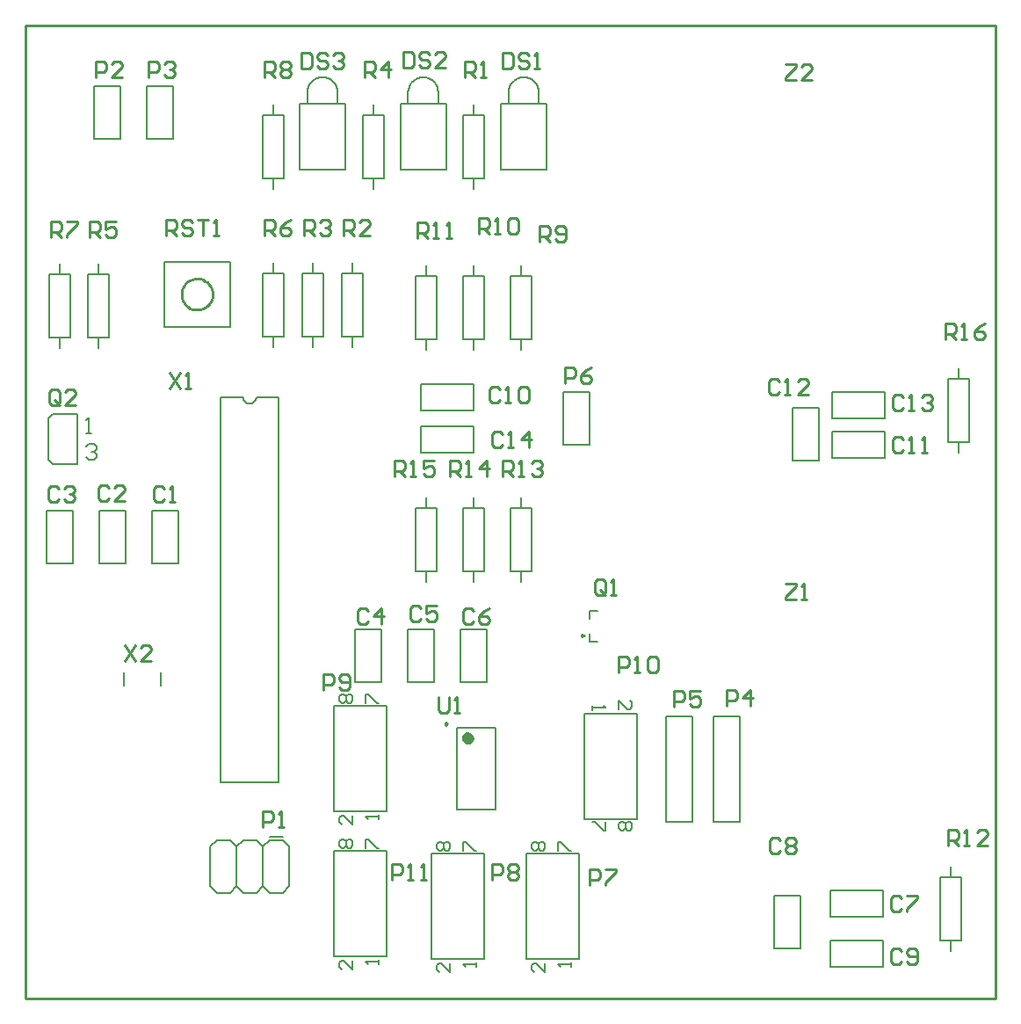
<source format=gto>
G04*
G04 #@! TF.GenerationSoftware,Altium Limited,Altium Designer,20.0.10 (225)*
G04*
G04 Layer_Color=65535*
%FSLAX24Y24*%
%MOIN*%
G70*
G01*
G75*
%ADD10C,0.0050*%
%ADD11C,0.0098*%
%ADD12C,0.0100*%
%ADD13C,0.0236*%
%ADD14C,0.0079*%
%ADD15C,0.0080*%
%ADD16C,0.0059*%
D10*
X15652Y34365D02*
X15643Y34464D01*
X15617Y34561D01*
X15575Y34651D01*
X15518Y34732D01*
X15448Y34803D01*
X15366Y34860D01*
X15276Y34902D01*
X15180Y34928D01*
X15081Y34936D01*
X14982Y34928D01*
X14885Y34902D01*
X14795Y34860D01*
X14714Y34803D01*
X14643Y34732D01*
X14586Y34651D01*
X14544Y34561D01*
X14519Y34464D01*
X14510Y34365D01*
X19471D02*
X19462Y34464D01*
X19436Y34561D01*
X19394Y34651D01*
X19337Y34732D01*
X19267Y34803D01*
X19185Y34860D01*
X19095Y34902D01*
X18999Y34928D01*
X18900Y34936D01*
X18801Y34928D01*
X18705Y34902D01*
X18615Y34860D01*
X18533Y34803D01*
X18463Y34732D01*
X18406Y34651D01*
X18364Y34561D01*
X18338Y34464D01*
X18329Y34365D01*
X8250Y22800D02*
X8269Y22704D01*
X8323Y22623D01*
X8404Y22569D01*
X8500Y22550D01*
X8596Y22569D01*
X8677Y22623D01*
X8731Y22704D01*
X8750Y22800D01*
X11832Y34365D02*
X11824Y34464D01*
X11798Y34561D01*
X11756Y34651D01*
X11699Y34732D01*
X11628Y34803D01*
X11547Y34860D01*
X11457Y34902D01*
X11361Y34928D01*
X11261Y34936D01*
X11162Y34928D01*
X11066Y34902D01*
X10976Y34860D01*
X10894Y34803D01*
X10824Y34732D01*
X10767Y34651D01*
X10725Y34561D01*
X10699Y34464D01*
X10691Y34365D01*
X14215Y31413D02*
X15947D01*
X14215D02*
Y33932D01*
X15947D01*
Y31413D02*
Y33932D01*
X14510D02*
Y34365D01*
X15652Y33932D02*
Y34365D01*
X18034Y31413D02*
X19766D01*
X18034D02*
Y33932D01*
X19766D01*
Y31413D02*
Y33932D01*
X18329D02*
Y34365D01*
X19471Y33932D02*
Y34365D01*
X7400Y8200D02*
X9600D01*
Y22800D01*
X8750D02*
X9600D01*
X7400Y8200D02*
Y22800D01*
X8250D01*
X10395Y31413D02*
X12128D01*
X10395D02*
Y33932D01*
X12128D01*
Y31413D02*
Y33932D01*
X10691D02*
Y34365D01*
X11832Y33932D02*
Y34365D01*
D11*
X21180Y13765D02*
X21107Y13808D01*
Y13723D01*
X21180Y13765D01*
X15988Y10413D02*
X15914Y10455D01*
Y10370D01*
X15988Y10413D01*
D12*
X7091Y26700D02*
X7082Y26800D01*
X7057Y26897D01*
X7016Y26988D01*
X6959Y27071D01*
X6890Y27143D01*
X6810Y27203D01*
X6720Y27248D01*
X6624Y27277D01*
X6525Y27290D01*
X6425Y27286D01*
X6327Y27265D01*
X6234Y27227D01*
X6149Y27175D01*
X6074Y27109D01*
X6011Y27031D01*
X5962Y26943D01*
X5929Y26849D01*
X5912Y26750D01*
Y26650D01*
X5929Y26551D01*
X5962Y26457D01*
X6011Y26369D01*
X6074Y26291D01*
X6149Y26225D01*
X6234Y26173D01*
X6327Y26135D01*
X6425Y26114D01*
X6525Y26110D01*
X6624Y26123D01*
X6720Y26152D01*
X6810Y26197D01*
X6890Y26257D01*
X6959Y26329D01*
X7016Y26412D01*
X7057Y26503D01*
X7082Y26600D01*
X7091Y26700D01*
X28824Y35413D02*
X29224D01*
Y35313D01*
X28824Y34913D01*
Y34813D01*
X29224D01*
X29824D02*
X29424D01*
X29824Y35213D01*
Y35313D01*
X29724Y35413D01*
X29524D01*
X29424Y35313D01*
X28824Y15713D02*
X29224D01*
Y15613D01*
X28824Y15213D01*
Y15113D01*
X29224D01*
X29424D02*
X29624D01*
X29524D01*
Y15713D01*
X29424Y15613D01*
X3769Y13375D02*
X4169Y12775D01*
Y13375D02*
X3769Y12775D01*
X4768D02*
X4369D01*
X4768Y13175D01*
Y13275D01*
X4668Y13375D01*
X4469D01*
X4369Y13275D01*
X5445Y23725D02*
X5845Y23125D01*
Y23725D02*
X5445Y23125D01*
X6045D02*
X6245D01*
X6145D01*
Y23725D01*
X6045Y23625D01*
X15655Y11415D02*
Y10915D01*
X15755Y10815D01*
X15955D01*
X16055Y10915D01*
Y11415D01*
X16255Y10815D02*
X16455D01*
X16355D01*
Y11415D01*
X16255Y11315D01*
X5325Y28915D02*
Y29515D01*
X5625D01*
X5725Y29415D01*
Y29215D01*
X5625Y29115D01*
X5325D01*
X5525D02*
X5725Y28915D01*
X6325Y29415D02*
X6225Y29515D01*
X6025D01*
X5925Y29415D01*
Y29315D01*
X6025Y29215D01*
X6225D01*
X6325Y29115D01*
Y29015D01*
X6225Y28915D01*
X6025D01*
X5925Y29015D01*
X6525Y29515D02*
X6924D01*
X6725D01*
Y28915D01*
X7124D02*
X7324D01*
X7224D01*
Y29515D01*
X7124Y29415D01*
X34900Y25000D02*
Y25600D01*
X35200D01*
X35300Y25500D01*
Y25300D01*
X35200Y25200D01*
X34900D01*
X35100D02*
X35300Y25000D01*
X35500D02*
X35700D01*
X35600D01*
Y25600D01*
X35500Y25500D01*
X36400Y25600D02*
X36200Y25500D01*
X36000Y25300D01*
Y25100D01*
X36100Y25000D01*
X36300D01*
X36400Y25100D01*
Y25200D01*
X36300Y25300D01*
X36000D01*
X14000Y19800D02*
Y20400D01*
X14300D01*
X14400Y20300D01*
Y20100D01*
X14300Y20000D01*
X14000D01*
X14200D02*
X14400Y19800D01*
X14600D02*
X14800D01*
X14700D01*
Y20400D01*
X14600Y20300D01*
X15500Y20400D02*
X15100D01*
Y20100D01*
X15300Y20200D01*
X15400D01*
X15500Y20100D01*
Y19900D01*
X15400Y19800D01*
X15200D01*
X15100Y19900D01*
X16100Y19800D02*
Y20400D01*
X16400D01*
X16500Y20300D01*
Y20100D01*
X16400Y20000D01*
X16100D01*
X16300D02*
X16500Y19800D01*
X16700D02*
X16900D01*
X16800D01*
Y20400D01*
X16700Y20300D01*
X17500Y19800D02*
Y20400D01*
X17200Y20100D01*
X17600D01*
X18100Y19800D02*
Y20400D01*
X18400D01*
X18500Y20300D01*
Y20100D01*
X18400Y20000D01*
X18100D01*
X18300D02*
X18500Y19800D01*
X18700D02*
X18900D01*
X18800D01*
Y20400D01*
X18700Y20300D01*
X19200D02*
X19300Y20400D01*
X19500D01*
X19600Y20300D01*
Y20200D01*
X19500Y20100D01*
X19400D01*
X19500D01*
X19600Y20000D01*
Y19900D01*
X19500Y19800D01*
X19300D01*
X19200Y19900D01*
X35000Y5800D02*
Y6400D01*
X35300D01*
X35400Y6300D01*
Y6100D01*
X35300Y6000D01*
X35000D01*
X35200D02*
X35400Y5800D01*
X35600D02*
X35800D01*
X35700D01*
Y6400D01*
X35600Y6300D01*
X36500Y5800D02*
X36100D01*
X36500Y6200D01*
Y6300D01*
X36400Y6400D01*
X36200D01*
X36100Y6300D01*
X14865Y28815D02*
Y29415D01*
X15165D01*
X15265Y29315D01*
Y29115D01*
X15165Y29015D01*
X14865D01*
X15065D02*
X15265Y28815D01*
X15465D02*
X15665D01*
X15565D01*
Y29415D01*
X15465Y29315D01*
X15965Y28815D02*
X16165D01*
X16065D01*
Y29415D01*
X15965Y29315D01*
X17200Y29000D02*
Y29600D01*
X17500D01*
X17600Y29500D01*
Y29300D01*
X17500Y29200D01*
X17200D01*
X17400D02*
X17600Y29000D01*
X17800D02*
X18000D01*
X17900D01*
Y29600D01*
X17800Y29500D01*
X18300D02*
X18400Y29600D01*
X18600D01*
X18700Y29500D01*
Y29100D01*
X18600Y29000D01*
X18400D01*
X18300Y29100D01*
Y29500D01*
X19500Y28700D02*
Y29300D01*
X19800D01*
X19900Y29200D01*
Y29000D01*
X19800Y28900D01*
X19500D01*
X19700D02*
X19900Y28700D01*
X20100Y28800D02*
X20200Y28700D01*
X20400D01*
X20500Y28800D01*
Y29200D01*
X20400Y29300D01*
X20200D01*
X20100Y29200D01*
Y29100D01*
X20200Y29000D01*
X20500D01*
X9065Y34915D02*
Y35515D01*
X9365D01*
X9465Y35415D01*
Y35215D01*
X9365Y35115D01*
X9065D01*
X9265D02*
X9465Y34915D01*
X9665Y35415D02*
X9765Y35515D01*
X9965D01*
X10065Y35415D01*
Y35315D01*
X9965Y35215D01*
X10065Y35115D01*
Y35015D01*
X9965Y34915D01*
X9765D01*
X9665Y35015D01*
Y35115D01*
X9765Y35215D01*
X9665Y35315D01*
Y35415D01*
X9765Y35215D02*
X9965D01*
X965Y28865D02*
Y29465D01*
X1265D01*
X1365Y29365D01*
Y29165D01*
X1265Y29065D01*
X965D01*
X1165D02*
X1365Y28865D01*
X1565Y29465D02*
X1965D01*
Y29365D01*
X1565Y28965D01*
Y28865D01*
X9065Y28915D02*
Y29515D01*
X9365D01*
X9465Y29415D01*
Y29215D01*
X9365Y29115D01*
X9065D01*
X9265D02*
X9465Y28915D01*
X10065Y29515D02*
X9865Y29415D01*
X9665Y29215D01*
Y29015D01*
X9765Y28915D01*
X9965D01*
X10065Y29015D01*
Y29115D01*
X9965Y29215D01*
X9665D01*
X2415Y28865D02*
Y29465D01*
X2715D01*
X2815Y29365D01*
Y29165D01*
X2715Y29065D01*
X2415D01*
X2615D02*
X2815Y28865D01*
X3415Y29465D02*
X3015D01*
Y29165D01*
X3215Y29265D01*
X3315D01*
X3415Y29165D01*
Y28965D01*
X3315Y28865D01*
X3115D01*
X3015Y28965D01*
X12865Y34915D02*
Y35515D01*
X13165D01*
X13265Y35415D01*
Y35215D01*
X13165Y35115D01*
X12865D01*
X13065D02*
X13265Y34915D01*
X13765D02*
Y35515D01*
X13465Y35215D01*
X13865D01*
X10565Y28915D02*
Y29515D01*
X10865D01*
X10965Y29415D01*
Y29215D01*
X10865Y29115D01*
X10565D01*
X10765D02*
X10965Y28915D01*
X11165Y29415D02*
X11265Y29515D01*
X11465D01*
X11565Y29415D01*
Y29315D01*
X11465Y29215D01*
X11365D01*
X11465D01*
X11565Y29115D01*
Y29015D01*
X11465Y28915D01*
X11265D01*
X11165Y29015D01*
X12065Y28915D02*
Y29515D01*
X12365D01*
X12465Y29415D01*
Y29215D01*
X12365Y29115D01*
X12065D01*
X12265D02*
X12465Y28915D01*
X13065D02*
X12665D01*
X13065Y29315D01*
Y29415D01*
X12965Y29515D01*
X12765D01*
X12665Y29415D01*
X16665Y34915D02*
Y35515D01*
X16965D01*
X17065Y35415D01*
Y35215D01*
X16965Y35115D01*
X16665D01*
X16865D02*
X17065Y34915D01*
X17265D02*
X17465D01*
X17365D01*
Y35515D01*
X17265Y35415D01*
X1305Y22585D02*
Y22985D01*
X1205Y23085D01*
X1005D01*
X905Y22985D01*
Y22585D01*
X1005Y22485D01*
X1205D01*
X1105Y22685D02*
X1305Y22485D01*
X1205D02*
X1305Y22585D01*
X1905Y22485D02*
X1505D01*
X1905Y22885D01*
Y22985D01*
X1805Y23085D01*
X1605D01*
X1505Y22985D01*
X22000Y15400D02*
Y15800D01*
X21900Y15900D01*
X21700D01*
X21600Y15800D01*
Y15400D01*
X21700Y15300D01*
X21900D01*
X21800Y15500D02*
X22000Y15300D01*
X21900D02*
X22000Y15400D01*
X22200Y15300D02*
X22400D01*
X22300D01*
Y15900D01*
X22200Y15800D01*
X13900Y4500D02*
Y5100D01*
X14200D01*
X14300Y5000D01*
Y4800D01*
X14200Y4700D01*
X13900D01*
X14500Y4500D02*
X14700D01*
X14600D01*
Y5100D01*
X14500Y5000D01*
X15000Y4500D02*
X15200D01*
X15100D01*
Y5100D01*
X15000Y5000D01*
X22500Y12366D02*
Y12965D01*
X22800D01*
X22900Y12866D01*
Y12666D01*
X22800Y12566D01*
X22500D01*
X23100Y12366D02*
X23300D01*
X23200D01*
Y12965D01*
X23100Y12866D01*
X23600D02*
X23700Y12965D01*
X23900D01*
X24000Y12866D01*
Y12466D01*
X23900Y12366D01*
X23700D01*
X23600Y12466D01*
Y12866D01*
X11300Y11700D02*
Y12300D01*
X11600D01*
X11700Y12200D01*
Y12000D01*
X11600Y11900D01*
X11300D01*
X11900Y11800D02*
X12000Y11700D01*
X12200D01*
X12300Y11800D01*
Y12200D01*
X12200Y12300D01*
X12000D01*
X11900Y12200D01*
Y12100D01*
X12000Y12000D01*
X12300D01*
X17700Y4500D02*
Y5100D01*
X18000D01*
X18100Y5000D01*
Y4800D01*
X18000Y4700D01*
X17700D01*
X18300Y5000D02*
X18400Y5100D01*
X18600D01*
X18700Y5000D01*
Y4900D01*
X18600Y4800D01*
X18700Y4700D01*
Y4600D01*
X18600Y4500D01*
X18400D01*
X18300Y4600D01*
Y4700D01*
X18400Y4800D01*
X18300Y4900D01*
Y5000D01*
X18400Y4800D02*
X18600D01*
X21400Y4308D02*
Y4908D01*
X21700D01*
X21800Y4808D01*
Y4608D01*
X21700Y4508D01*
X21400D01*
X22000Y4908D02*
X22400D01*
Y4808D01*
X22000Y4408D01*
Y4308D01*
X20465Y23335D02*
Y23935D01*
X20765D01*
X20865Y23835D01*
Y23635D01*
X20765Y23535D01*
X20465D01*
X21465Y23935D02*
X21265Y23835D01*
X21065Y23635D01*
Y23435D01*
X21165Y23335D01*
X21365D01*
X21465Y23435D01*
Y23535D01*
X21365Y23635D01*
X21065D01*
X24600Y11072D02*
Y11672D01*
X24900D01*
X25000Y11572D01*
Y11372D01*
X24900Y11272D01*
X24600D01*
X25600Y11672D02*
X25200D01*
Y11372D01*
X25400Y11472D01*
X25500D01*
X25600Y11372D01*
Y11172D01*
X25500Y11072D01*
X25300D01*
X25200Y11172D01*
X26600Y11100D02*
Y11700D01*
X26900D01*
X27000Y11600D01*
Y11400D01*
X26900Y11300D01*
X26600D01*
X27500Y11100D02*
Y11700D01*
X27200Y11400D01*
X27600D01*
X4665Y34935D02*
Y35535D01*
X4965D01*
X5065Y35435D01*
Y35235D01*
X4965Y35135D01*
X4665D01*
X5265Y35435D02*
X5365Y35535D01*
X5565D01*
X5665Y35435D01*
Y35335D01*
X5565Y35235D01*
X5465D01*
X5565D01*
X5665Y35135D01*
Y35035D01*
X5565Y34935D01*
X5365D01*
X5265Y35035D01*
X2665Y34935D02*
Y35535D01*
X2965D01*
X3065Y35435D01*
Y35235D01*
X2965Y35135D01*
X2665D01*
X3665Y34935D02*
X3265D01*
X3665Y35335D01*
Y35435D01*
X3565Y35535D01*
X3365D01*
X3265Y35435D01*
X9000Y6500D02*
Y7100D01*
X9300D01*
X9400Y7000D01*
Y6800D01*
X9300Y6700D01*
X9000D01*
X9600Y6500D02*
X9800D01*
X9700D01*
Y7100D01*
X9600Y7000D01*
X10466Y35865D02*
Y35265D01*
X10766D01*
X10866Y35365D01*
Y35765D01*
X10766Y35865D01*
X10466D01*
X11466Y35765D02*
X11366Y35865D01*
X11166D01*
X11066Y35765D01*
Y35665D01*
X11166Y35565D01*
X11366D01*
X11466Y35465D01*
Y35365D01*
X11366Y35265D01*
X11166D01*
X11066Y35365D01*
X11666Y35765D02*
X11766Y35865D01*
X11966D01*
X12066Y35765D01*
Y35665D01*
X11966Y35565D01*
X11866D01*
X11966D01*
X12066Y35465D01*
Y35365D01*
X11966Y35265D01*
X11766D01*
X11666Y35365D01*
X14326Y35900D02*
Y35300D01*
X14626D01*
X14726Y35400D01*
Y35800D01*
X14626Y35900D01*
X14326D01*
X15325Y35800D02*
X15225Y35900D01*
X15025D01*
X14926Y35800D01*
Y35700D01*
X15025Y35600D01*
X15225D01*
X15325Y35500D01*
Y35400D01*
X15225Y35300D01*
X15025D01*
X14926Y35400D01*
X15925Y35300D02*
X15525D01*
X15925Y35700D01*
Y35800D01*
X15825Y35900D01*
X15625D01*
X15525Y35800D01*
X18105Y35865D02*
Y35265D01*
X18405D01*
X18505Y35365D01*
Y35765D01*
X18405Y35865D01*
X18105D01*
X19105Y35765D02*
X19005Y35865D01*
X18805D01*
X18705Y35765D01*
Y35665D01*
X18805Y35565D01*
X19005D01*
X19105Y35465D01*
Y35365D01*
X19005Y35265D01*
X18805D01*
X18705Y35365D01*
X19305Y35265D02*
X19505D01*
X19405D01*
Y35865D01*
X19305Y35765D01*
X18100Y21400D02*
X18000Y21500D01*
X17800D01*
X17700Y21400D01*
Y21000D01*
X17800Y20900D01*
X18000D01*
X18100Y21000D01*
X18300Y20900D02*
X18500D01*
X18400D01*
Y21500D01*
X18300Y21400D01*
X19100Y20900D02*
Y21500D01*
X18800Y21200D01*
X19200D01*
X33300Y22800D02*
X33200Y22900D01*
X33000D01*
X32900Y22800D01*
Y22400D01*
X33000Y22300D01*
X33200D01*
X33300Y22400D01*
X33500Y22300D02*
X33700D01*
X33600D01*
Y22900D01*
X33500Y22800D01*
X34000D02*
X34100Y22900D01*
X34300D01*
X34400Y22800D01*
Y22700D01*
X34300Y22600D01*
X34200D01*
X34300D01*
X34400Y22500D01*
Y22400D01*
X34300Y22300D01*
X34100D01*
X34000Y22400D01*
X28600Y23400D02*
X28500Y23500D01*
X28300D01*
X28200Y23400D01*
Y23000D01*
X28300Y22900D01*
X28500D01*
X28600Y23000D01*
X28800Y22900D02*
X29000D01*
X28900D01*
Y23500D01*
X28800Y23400D01*
X29700Y22900D02*
X29300D01*
X29700Y23300D01*
Y23400D01*
X29600Y23500D01*
X29400D01*
X29300Y23400D01*
X33300Y21200D02*
X33200Y21300D01*
X33000D01*
X32900Y21200D01*
Y20800D01*
X33000Y20700D01*
X33200D01*
X33300Y20800D01*
X33500Y20700D02*
X33700D01*
X33600D01*
Y21300D01*
X33500Y21200D01*
X34000Y20700D02*
X34200D01*
X34100D01*
Y21300D01*
X34000Y21200D01*
X18000Y23100D02*
X17900Y23200D01*
X17700D01*
X17600Y23100D01*
Y22700D01*
X17700Y22600D01*
X17900D01*
X18000Y22700D01*
X18200Y22600D02*
X18400D01*
X18300D01*
Y23200D01*
X18200Y23100D01*
X18700D02*
X18800Y23200D01*
X19000D01*
X19100Y23100D01*
Y22700D01*
X19000Y22600D01*
X18800D01*
X18700Y22700D01*
Y23100D01*
X33221Y1800D02*
X33121Y1900D01*
X32921D01*
X32821Y1800D01*
Y1400D01*
X32921Y1300D01*
X33121D01*
X33221Y1400D01*
X33421D02*
X33521Y1300D01*
X33721D01*
X33821Y1400D01*
Y1800D01*
X33721Y1900D01*
X33521D01*
X33421Y1800D01*
Y1700D01*
X33521Y1600D01*
X33821D01*
X28615Y5985D02*
X28515Y6085D01*
X28315D01*
X28215Y5985D01*
Y5585D01*
X28315Y5485D01*
X28515D01*
X28615Y5585D01*
X28815Y5985D02*
X28915Y6085D01*
X29115D01*
X29215Y5985D01*
Y5885D01*
X29115Y5785D01*
X29215Y5685D01*
Y5585D01*
X29115Y5485D01*
X28915D01*
X28815Y5585D01*
Y5685D01*
X28915Y5785D01*
X28815Y5885D01*
Y5985D01*
X28915Y5785D02*
X29115D01*
X33221Y3800D02*
X33121Y3900D01*
X32921D01*
X32821Y3800D01*
Y3400D01*
X32921Y3300D01*
X33121D01*
X33221Y3400D01*
X33421Y3900D02*
X33821D01*
Y3800D01*
X33421Y3400D01*
Y3300D01*
X17000Y14700D02*
X16900Y14800D01*
X16700D01*
X16600Y14700D01*
Y14300D01*
X16700Y14200D01*
X16900D01*
X17000Y14300D01*
X17600Y14800D02*
X17400Y14700D01*
X17200Y14500D01*
Y14300D01*
X17300Y14200D01*
X17500D01*
X17600Y14300D01*
Y14400D01*
X17500Y14500D01*
X17200D01*
X15000Y14800D02*
X14900Y14900D01*
X14700D01*
X14600Y14800D01*
Y14400D01*
X14700Y14300D01*
X14900D01*
X15000Y14400D01*
X15600Y14900D02*
X15200D01*
Y14600D01*
X15400Y14700D01*
X15500D01*
X15600Y14600D01*
Y14400D01*
X15500Y14300D01*
X15300D01*
X15200Y14400D01*
X13000Y14700D02*
X12900Y14800D01*
X12700D01*
X12600Y14700D01*
Y14300D01*
X12700Y14200D01*
X12900D01*
X13000Y14300D01*
X13500Y14200D02*
Y14800D01*
X13200Y14500D01*
X13600D01*
X1265Y19335D02*
X1165Y19435D01*
X965D01*
X865Y19335D01*
Y18935D01*
X965Y18835D01*
X1165D01*
X1265Y18935D01*
X1465Y19335D02*
X1565Y19435D01*
X1765D01*
X1865Y19335D01*
Y19235D01*
X1765Y19135D01*
X1665D01*
X1765D01*
X1865Y19035D01*
Y18935D01*
X1765Y18835D01*
X1565D01*
X1465Y18935D01*
X3160Y19370D02*
X3060Y19470D01*
X2860D01*
X2760Y19370D01*
Y18970D01*
X2860Y18870D01*
X3060D01*
X3160Y18970D01*
X3760Y18870D02*
X3360D01*
X3760Y19270D01*
Y19370D01*
X3660Y19470D01*
X3460D01*
X3360Y19370D01*
X5265Y19335D02*
X5165Y19435D01*
X4965D01*
X4865Y19335D01*
Y18935D01*
X4965Y18835D01*
X5165D01*
X5265Y18935D01*
X5465Y18835D02*
X5665D01*
X5565D01*
Y19435D01*
X5465Y19335D01*
X0Y0D02*
Y36900D01*
X36800D01*
Y0D02*
Y36900D01*
X0Y0D02*
X36800D01*
D13*
X16883Y9861D02*
X16839Y9954D01*
X16739Y9977D01*
X16659Y9913D01*
Y9810D01*
X16739Y9746D01*
X16839Y9769D01*
X16883Y9861D01*
D14*
X21000Y1508D02*
Y5508D01*
X19000Y1508D02*
Y5508D01*
Y1508D02*
X21000D01*
X19000Y5508D02*
X21000D01*
X15000Y22300D02*
X17000D01*
Y23300D01*
X15000D02*
X17000D01*
X15000Y22300D02*
Y23300D01*
Y20700D02*
X17000D01*
Y21700D01*
X15000D02*
X17000D01*
X15000Y20700D02*
Y21700D01*
X30521Y3100D02*
X32521D01*
Y4100D01*
X30521D02*
X32521D01*
X30521Y3100D02*
Y4100D01*
Y1200D02*
X32521D01*
Y2200D01*
X30521D02*
X32521D01*
X30521Y1200D02*
Y2200D01*
X30600Y20500D02*
X32600D01*
Y21500D01*
X30600D02*
X32600D01*
X30600Y20500D02*
Y21500D01*
Y22000D02*
X32600D01*
Y23000D01*
X30600D02*
X32600D01*
X30600Y22000D02*
Y23000D01*
X28400Y1900D02*
Y3900D01*
Y1900D02*
X29400D01*
Y3900D01*
X28400D02*
X29400D01*
X29100Y20400D02*
Y22400D01*
Y20400D02*
X30100D01*
Y22400D01*
X29100D02*
X30100D01*
X17500Y12000D02*
Y14000D01*
X16500D02*
X17500D01*
X16500Y12000D02*
Y14000D01*
Y12000D02*
X17500D01*
X15500D02*
Y14000D01*
X14500D02*
X15500D01*
X14500Y12000D02*
Y14000D01*
Y12000D02*
X15500D01*
X13500D02*
Y14000D01*
X12500D02*
X13500D01*
X12500Y12000D02*
Y14000D01*
Y12000D02*
X13500D01*
X2800Y16500D02*
Y18500D01*
Y16500D02*
X3800D01*
Y18500D01*
X2800D02*
X3800D01*
X2600Y34600D02*
X3600D01*
Y32600D02*
Y34600D01*
X2600Y32600D02*
X3600D01*
X2600D02*
Y34600D01*
X21387Y14376D02*
Y14691D01*
X21702D01*
X21387Y13509D02*
Y13824D01*
Y13509D02*
X21702D01*
X4600Y34600D02*
X5600D01*
Y32600D02*
Y34600D01*
X4600Y32600D02*
X5600D01*
X4600D02*
Y34600D01*
X16600Y31100D02*
X17400D01*
X16600D02*
Y33500D01*
X17400D01*
Y31100D02*
Y33500D01*
X17000Y30700D02*
Y31100D01*
Y33500D02*
Y33900D01*
X10500Y25100D02*
X11300D01*
X10500D02*
Y27500D01*
X11300D01*
Y25100D02*
Y27500D01*
X10900Y24700D02*
Y25100D01*
Y27500D02*
Y27900D01*
X12000Y25100D02*
X12800D01*
X12000D02*
Y27500D01*
X12800D01*
Y25100D02*
Y27500D01*
X12400Y24700D02*
Y25100D01*
Y27500D02*
Y27900D01*
X26100Y10700D02*
X27100D01*
Y6700D02*
Y10700D01*
X26100Y6700D02*
Y10700D01*
Y6700D02*
X27100D01*
X2350Y25050D02*
X3150D01*
X2350D02*
Y27450D01*
X3150D01*
Y25050D02*
Y27450D01*
X2750Y24650D02*
Y25050D01*
Y27450D02*
Y27850D01*
X845Y20424D02*
X1018Y20251D01*
X845Y21976D02*
X1018Y22149D01*
Y22145D02*
X1955D01*
X1018Y20255D02*
X1955D01*
X845Y20424D02*
Y21976D01*
X1955Y20255D02*
Y22145D01*
X24300Y10700D02*
X25300D01*
Y6700D02*
Y10700D01*
X24300Y6700D02*
Y10700D01*
Y6700D02*
X25300D01*
X900Y25050D02*
X1700D01*
X900D02*
Y27450D01*
X1700D01*
Y25050D02*
Y27450D01*
X1300Y24650D02*
Y25050D01*
Y27450D02*
Y27850D01*
X800Y16500D02*
Y18500D01*
Y16500D02*
X1800D01*
Y18500D01*
X800D02*
X1800D01*
X4800Y16500D02*
Y18500D01*
Y16500D02*
X5800D01*
Y18500D01*
X4800D02*
X5800D01*
X9000Y25100D02*
X9800D01*
X9000D02*
Y27500D01*
X9800D01*
Y25100D02*
Y27500D01*
X9400Y24700D02*
Y25100D01*
Y27500D02*
Y27900D01*
X7744Y25456D02*
Y27940D01*
X5260D02*
X7744D01*
X5260Y25456D02*
Y27940D01*
Y25456D02*
X7744D01*
X9000Y31100D02*
X9800D01*
X9000D02*
Y33500D01*
X9800D01*
Y31100D02*
Y33500D01*
X9400Y30700D02*
Y31100D01*
Y33500D02*
Y33900D01*
X12800Y31100D02*
X13600D01*
X12800D02*
Y33500D01*
X13600D01*
Y31100D02*
Y33500D01*
X13200Y30700D02*
Y31100D01*
Y33500D02*
Y33900D01*
X16372Y7145D02*
X17828D01*
X16372Y10255D02*
X17828D01*
Y7145D02*
Y10255D01*
X16372Y7145D02*
Y10255D01*
X35000Y23500D02*
X35800D01*
Y21100D02*
Y23500D01*
X35000Y21100D02*
X35800D01*
X35000D02*
Y23500D01*
X35400D02*
Y23900D01*
Y20700D02*
Y21100D01*
X34700Y4600D02*
X35500D01*
Y2200D02*
Y4600D01*
X34700Y2200D02*
X35500D01*
X34700D02*
Y4600D01*
X35100D02*
Y5000D01*
Y1800D02*
Y2200D01*
X14800Y18600D02*
X15600D01*
Y16200D02*
Y18600D01*
X14800Y16200D02*
X15600D01*
X14800D02*
Y18600D01*
X15200D02*
Y19000D01*
Y15800D02*
Y16200D01*
X18400D02*
X19200D01*
X18400D02*
Y18600D01*
X19200D01*
Y16200D02*
Y18600D01*
X18800Y15800D02*
Y16200D01*
Y18600D02*
Y19000D01*
X14800Y25000D02*
X15600D01*
X14800D02*
Y27400D01*
X15600D01*
Y25000D02*
Y27400D01*
X15200Y24600D02*
Y25000D01*
Y27400D02*
Y27800D01*
X18400Y27400D02*
X19200D01*
Y25000D02*
Y27400D01*
X18400Y25000D02*
X19200D01*
X18400D02*
Y27400D01*
X18800D02*
Y27800D01*
Y24600D02*
Y25000D01*
X16600Y16200D02*
X17400D01*
X16600D02*
Y18600D01*
X17400D01*
Y16200D02*
Y18600D01*
X17000Y15800D02*
Y16200D01*
Y18600D02*
Y19000D01*
X16600Y27400D02*
X17400D01*
Y25000D02*
Y27400D01*
X16600Y25000D02*
X17400D01*
X16600D02*
Y27400D01*
X17000D02*
Y27800D01*
Y24600D02*
Y25000D01*
X20400Y23000D02*
X21400D01*
Y21000D02*
Y23000D01*
X20400Y21000D02*
X21400D01*
X20400D02*
Y23000D01*
X21200Y6800D02*
Y10800D01*
X23200Y6800D02*
Y10800D01*
X21200D02*
X23200D01*
X21200Y6800D02*
X23200D01*
X13700Y1600D02*
Y5600D01*
X11700Y1600D02*
Y5600D01*
Y1600D02*
X13700D01*
X11700Y5600D02*
X13700D01*
X17400Y1500D02*
Y5500D01*
X15400Y1500D02*
Y5500D01*
Y1500D02*
X17400D01*
X15400Y5500D02*
X17400D01*
X13700Y7100D02*
Y11100D01*
X11700Y7100D02*
Y11100D01*
Y7100D02*
X13700D01*
X11700Y11100D02*
X13700D01*
D15*
X9750Y6000D02*
X10000Y5750D01*
X9000D02*
X9250Y6000D01*
X8750D02*
X9000Y5750D01*
X8000D02*
X8250Y6000D01*
X7750D02*
X8000Y5750D01*
X7000D02*
X7250Y6000D01*
X10000Y4250D02*
Y5750D01*
X9750Y4000D02*
X10000Y4250D01*
X9250Y4000D02*
X9750D01*
X9000Y4250D02*
X9250Y4000D01*
X8750D02*
X9000Y4250D01*
X8250Y4000D02*
X8750D01*
X8000Y4250D02*
X8250Y4000D01*
X7750D02*
X8000Y4250D01*
X7250Y4000D02*
X7750D01*
X7000Y4250D02*
X7250Y4000D01*
X9000Y4250D02*
Y5750D01*
X8000Y4250D02*
Y5750D01*
X7000Y4250D02*
Y5750D01*
X7250Y6000D02*
X7750D01*
X8250D02*
X8750D01*
X9250D02*
X9750D01*
X9250Y6132D02*
X9750D01*
X5130Y11844D02*
Y12360D01*
X3711Y11844D02*
Y12360D01*
X19700Y1341D02*
Y1008D01*
X19367Y1341D01*
X19283D01*
X19200Y1258D01*
Y1091D01*
X19283Y1008D01*
X20700Y1208D02*
Y1374D01*
Y1291D01*
X20200D01*
X20283Y1208D01*
X20200Y5608D02*
Y5941D01*
X20283D01*
X20617Y5608D01*
X20700D01*
X19283D02*
X19200Y5691D01*
Y5858D01*
X19283Y5941D01*
X19367D01*
X19450Y5858D01*
X19533Y5941D01*
X19617D01*
X19700Y5858D01*
Y5691D01*
X19617Y5608D01*
X19533D01*
X19450Y5691D01*
X19367Y5608D01*
X19283D01*
X19450Y5691D02*
Y5858D01*
X22500Y10967D02*
Y11300D01*
X22833Y10967D01*
X22917D01*
X23000Y11050D01*
Y11217D01*
X22917Y11300D01*
X21500Y11100D02*
Y10933D01*
Y11017D01*
X22000D01*
X21917Y11100D01*
X22000Y6700D02*
Y6367D01*
X21917D01*
X21583Y6700D01*
X21500D01*
X22917D02*
X23000Y6617D01*
Y6450D01*
X22917Y6367D01*
X22833D01*
X22750Y6450D01*
X22667Y6367D01*
X22583D01*
X22500Y6450D01*
Y6617D01*
X22583Y6700D01*
X22667D01*
X22750Y6617D01*
X22833Y6700D01*
X22917D01*
X22750Y6617D02*
Y6450D01*
X12400Y1433D02*
Y1100D01*
X12067Y1433D01*
X11983D01*
X11900Y1350D01*
Y1183D01*
X11983Y1100D01*
X13400Y1300D02*
Y1467D01*
Y1383D01*
X12900D01*
X12983Y1300D01*
X12900Y5700D02*
Y6033D01*
X12983D01*
X13317Y5700D01*
X13400D01*
X11983D02*
X11900Y5783D01*
Y5950D01*
X11983Y6033D01*
X12067D01*
X12150Y5950D01*
X12233Y6033D01*
X12317D01*
X12400Y5950D01*
Y5783D01*
X12317Y5700D01*
X12233D01*
X12150Y5783D01*
X12067Y5700D01*
X11983D01*
X12150Y5783D02*
Y5950D01*
X16100Y1333D02*
Y1000D01*
X15767Y1333D01*
X15683D01*
X15600Y1250D01*
Y1083D01*
X15683Y1000D01*
X17100Y1200D02*
Y1367D01*
Y1283D01*
X16600D01*
X16683Y1200D01*
X16600Y5600D02*
Y5933D01*
X16683D01*
X17017Y5600D01*
X17100D01*
X15683D02*
X15600Y5683D01*
Y5850D01*
X15683Y5933D01*
X15767D01*
X15850Y5850D01*
X15933Y5933D01*
X16017D01*
X16100Y5850D01*
Y5683D01*
X16017Y5600D01*
X15933D01*
X15850Y5683D01*
X15767Y5600D01*
X15683D01*
X15850Y5683D02*
Y5850D01*
X12400Y6933D02*
Y6600D01*
X12067Y6933D01*
X11983D01*
X11900Y6850D01*
Y6683D01*
X11983Y6600D01*
X13400Y6800D02*
Y6967D01*
Y6883D01*
X12900D01*
X12983Y6800D01*
X12900Y11200D02*
Y11533D01*
X12983D01*
X13317Y11200D01*
X13400D01*
X11983D02*
X11900Y11283D01*
Y11450D01*
X11983Y11533D01*
X12067D01*
X12150Y11450D01*
X12233Y11533D01*
X12317D01*
X12400Y11450D01*
Y11283D01*
X12317Y11200D01*
X12233D01*
X12150Y11283D01*
X12067Y11200D01*
X11983D01*
X12150Y11283D02*
Y11450D01*
D16*
X2296Y21418D02*
X2492D01*
X2394D01*
Y22009D01*
X2296Y21910D01*
Y20919D02*
X2394Y21018D01*
X2591D01*
X2689Y20919D01*
Y20821D01*
X2591Y20722D01*
X2492D01*
X2591D01*
X2689Y20624D01*
Y20526D01*
X2591Y20427D01*
X2394D01*
X2296Y20526D01*
M02*

</source>
